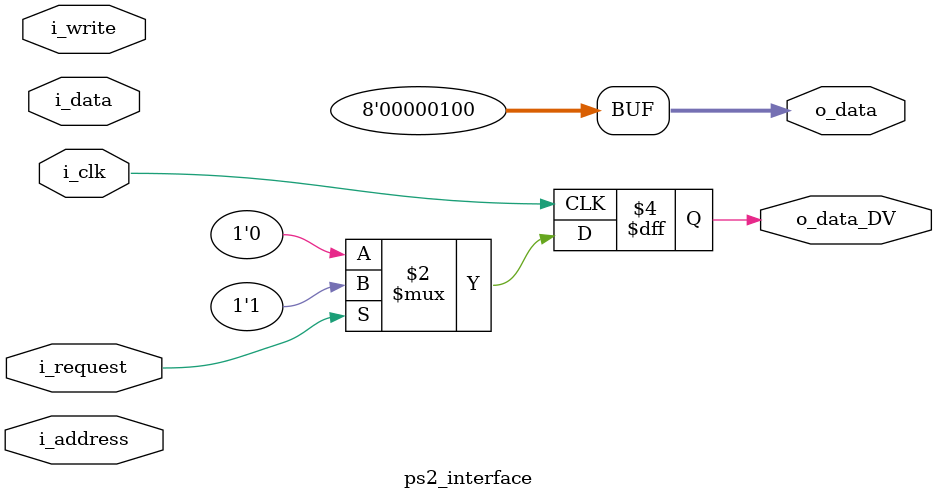
<source format=v>
module ps2_interface (
  input wire i_clk,
  input wire [7:0] i_data,
  input wire [11:0] i_address,
  input wire i_write,
  input wire i_request,
  output wire [7:0] o_data,
  output reg o_data_DV
);

assign o_data = 8'h04;

always @(posedge i_clk) begin
  o_data_DV <= 1'b0;

    if (i_request) begin
        o_data_DV <= 1'b1;
    end
end

endmodule


</source>
